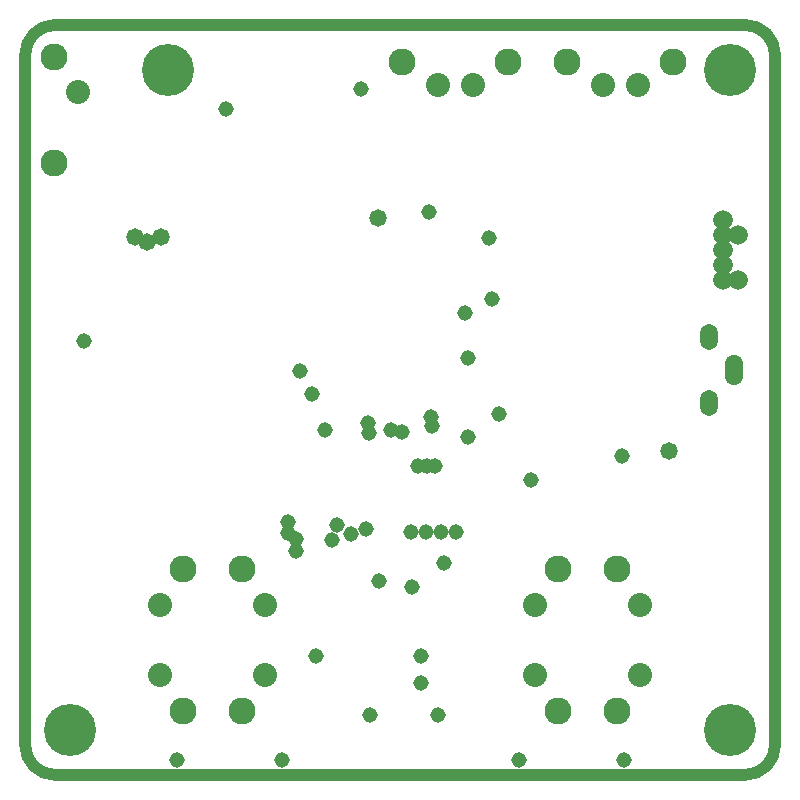
<source format=gbr>
%TF.GenerationSoftware,Altium Limited,Altium Designer,24.5.2 (23)*%
G04 Layer_Physical_Order=2*
G04 Layer_Color=32768*
%FSLAX45Y45*%
%MOMM*%
%TF.SameCoordinates,627A3E5C-85DC-498E-B9C8-82595492641C*%
%TF.FilePolarity,Negative*%
%TF.FileFunction,Copper,L2,Inr,Plane*%
%TF.Part,Single*%
G01*
G75*
%TA.AperFunction,NonConductor*%
%ADD64C,1.01600*%
%TA.AperFunction,ViaPad*%
%ADD65C,4.41600*%
%TA.AperFunction,ComponentPad*%
%ADD66C,2.03600*%
%ADD67C,2.28600*%
%ADD68C,1.66600*%
%ADD69O,1.51600X2.61600*%
%ADD70O,1.51600X2.21600*%
%TA.AperFunction,ViaPad*%
%ADD71C,1.31600*%
%ADD72C,1.47320*%
D64*
X0Y254000D02*
G03*
X254000Y0I254000J0D01*
G01*
X6096000D02*
G03*
X6350000Y254000I0J254000D01*
G01*
Y6096000D02*
G03*
X6096000Y6350000I-254000J0D01*
G01*
X254000D02*
G03*
X0Y6096000I0J-254000D01*
G01*
X254000Y0D02*
X6096000D01*
X6350000Y254000D02*
Y6096000D01*
X254000Y6350000D02*
X6096000D01*
X0Y254000D02*
Y6096000D01*
D65*
X1206500Y5969000D02*
D03*
X5969000D02*
D03*
Y381000D02*
D03*
X381000D02*
D03*
D66*
X2032000Y1443000D02*
D03*
Y843000D02*
D03*
X444500Y5778500D02*
D03*
X4889500Y5842000D02*
D03*
X5189500D02*
D03*
X3492500D02*
D03*
X3792500D02*
D03*
X1143000Y1443000D02*
D03*
Y843000D02*
D03*
X4318000Y1443000D02*
D03*
Y843000D02*
D03*
X5207000Y843000D02*
D03*
Y1443000D02*
D03*
D67*
X1836000Y1743000D02*
D03*
Y543000D02*
D03*
X248500Y5178500D02*
D03*
Y6078500D02*
D03*
X4589500Y6038000D02*
D03*
X5489500Y6038000D02*
D03*
X3192500Y6038000D02*
D03*
X4092500D02*
D03*
X1339000Y1743000D02*
D03*
Y543000D02*
D03*
X4514000Y1743000D02*
D03*
Y543000D02*
D03*
X5011000Y543000D02*
D03*
Y1743000D02*
D03*
D68*
X6032500Y4191000D02*
D03*
Y4572000D02*
D03*
X5905501Y4191000D02*
D03*
X5905500Y4318001D02*
D03*
X5905500Y4445000D02*
D03*
X5905500Y4572000D02*
D03*
Y4699000D02*
D03*
D69*
X6006600Y3429000D02*
D03*
D70*
X5791600Y3709000D02*
D03*
Y3149000D02*
D03*
D71*
X3543300Y1790700D02*
D03*
X2997200Y1638300D02*
D03*
X3416300Y4767580D02*
D03*
X3098800Y2921000D02*
D03*
X2598009Y1986280D02*
D03*
X3263900Y2057400D02*
D03*
X3517900D02*
D03*
X3644900D02*
D03*
X3441700Y2951480D02*
D03*
X3439160Y3030220D02*
D03*
X3187700Y2903220D02*
D03*
X2908300Y2898140D02*
D03*
X2905760Y2976880D02*
D03*
X2885440Y2080260D02*
D03*
X2758440Y2042160D02*
D03*
X2644140Y2113280D02*
D03*
X3954780Y4030980D02*
D03*
X3276600Y1587500D02*
D03*
X3721100Y3911600D02*
D03*
X495300Y3670300D02*
D03*
X3746500Y3530600D02*
D03*
X2540000Y2921000D02*
D03*
X3390900Y2057400D02*
D03*
X2296160Y1899920D02*
D03*
Y1996440D02*
D03*
X2230120Y2052320D02*
D03*
Y2138680D02*
D03*
X2461260Y1010920D02*
D03*
X3746500Y2860040D02*
D03*
X3472180Y2618740D02*
D03*
X3401060D02*
D03*
X3329940D02*
D03*
X1282700Y127000D02*
D03*
X2171700D02*
D03*
X3492500Y508000D02*
D03*
X2921000D02*
D03*
X4178300Y127000D02*
D03*
X5067300D02*
D03*
X3352800Y1003300D02*
D03*
Y774700D02*
D03*
X4013200Y3053080D02*
D03*
X5054600Y2702560D02*
D03*
X4282440Y2496820D02*
D03*
X3931920Y4549140D02*
D03*
X2428240Y3225800D02*
D03*
X2324100Y3416300D02*
D03*
X2844800Y5803900D02*
D03*
X1699260Y5638800D02*
D03*
D72*
X5448300Y2743200D02*
D03*
X1148080Y4551680D02*
D03*
X2989580Y4719320D02*
D03*
X1036320Y4516120D02*
D03*
X934052Y4551198D02*
D03*
%TF.MD5,c403f307ea8c4b103423456be6cc6663*%
M02*

</source>
